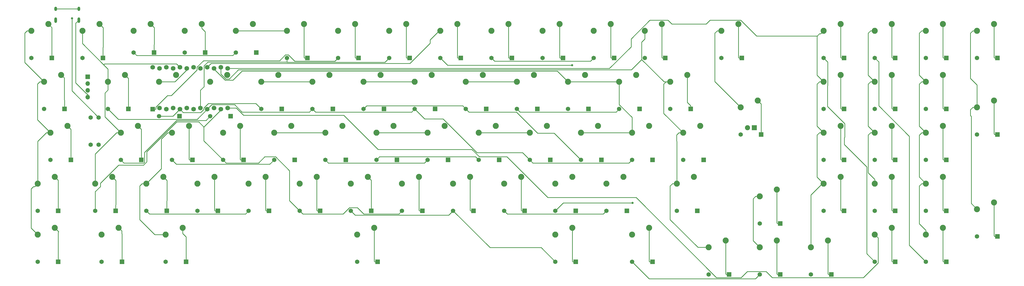
<source format=gbr>
G04 #@! TF.GenerationSoftware,KiCad,Pcbnew,5.1.2-f72e74a~84~ubuntu18.04.1*
G04 #@! TF.CreationDate,2019-05-27T19:37:11-05:00*
G04 #@! TF.ProjectId,1800muente,31383030-6d75-4656-9e74-652e6b696361,rev?*
G04 #@! TF.SameCoordinates,Original*
G04 #@! TF.FileFunction,Copper,L1,Top*
G04 #@! TF.FilePolarity,Positive*
%FSLAX46Y46*%
G04 Gerber Fmt 4.6, Leading zero omitted, Abs format (unit mm)*
G04 Created by KiCad (PCBNEW 5.1.2-f72e74a~84~ubuntu18.04.1) date 2019-05-27 19:37:11*
%MOMM*%
%LPD*%
G04 APERTURE LIST*
%ADD10C,2.250000*%
%ADD11R,1.905000X1.905000*%
%ADD12C,1.905000*%
%ADD13O,1.000000X2.100000*%
%ADD14O,1.000000X1.600000*%
%ADD15R,1.752600X1.752600*%
%ADD16C,1.752600*%
%ADD17C,1.651000*%
%ADD18O,1.700000X1.700000*%
%ADD19R,1.700000X1.700000*%
%ADD20R,1.651000X1.651000*%
%ADD21C,0.800000*%
%ADD22C,0.250000*%
G04 APERTURE END LIST*
D10*
X390870000Y-163190000D03*
X384520000Y-165730000D03*
X390870000Y-125090000D03*
X384520000Y-127630000D03*
X159889000Y-172715000D03*
X153539000Y-175255000D03*
X233708000Y-172715000D03*
X227358000Y-175255000D03*
X262283000Y-172715000D03*
X255933000Y-175255000D03*
X278952000Y-153665000D03*
X272602000Y-156205000D03*
D11*
X301494000Y-135250000D03*
D12*
X298954000Y-135250000D03*
D10*
X296414000Y-127630000D03*
X302764000Y-125090000D03*
X295620000Y-96515000D03*
X289270000Y-99055000D03*
X40826700Y-153665000D03*
X34476700Y-156205000D03*
X88451700Y-172715000D03*
X82101700Y-175255000D03*
X64639200Y-172715000D03*
X58289200Y-175255000D03*
X40826700Y-172715000D03*
X34476700Y-175255000D03*
X45589200Y-134615000D03*
X39239200Y-137155000D03*
X43207900Y-115565000D03*
X36857900Y-118105000D03*
D13*
X41146000Y-95045000D03*
X49786000Y-95045000D03*
D14*
X41146000Y-90865000D03*
X49786000Y-90865000D03*
D10*
X143220000Y-115565000D03*
X136870000Y-118105000D03*
X171795000Y-96515000D03*
X165445000Y-99055000D03*
X167033000Y-134615000D03*
X160683000Y-137155000D03*
X138458000Y-153665000D03*
X132108000Y-156205000D03*
X95595400Y-96515000D03*
X89245400Y-99055000D03*
X71782900Y-134615000D03*
X65432900Y-137155000D03*
X186083000Y-134615000D03*
X179733000Y-137155000D03*
X181320000Y-115565000D03*
X174970000Y-118105000D03*
X147983000Y-134615000D03*
X141633000Y-137155000D03*
X190845000Y-96515000D03*
X184495000Y-99055000D03*
X333720000Y-96515000D03*
X327370000Y-99055000D03*
X157508000Y-153665000D03*
X151158000Y-156205000D03*
X152745000Y-96515000D03*
X146395000Y-99055000D03*
X333720000Y-153665000D03*
X327370000Y-156205000D03*
X309908000Y-158427000D03*
X303558000Y-160967000D03*
X290858000Y-177477000D03*
X284508000Y-180017000D03*
X209895000Y-96515000D03*
X203545000Y-99055000D03*
X281333000Y-134615000D03*
X274983000Y-137155000D03*
X214658000Y-153665000D03*
X208308000Y-156205000D03*
X224183000Y-134615000D03*
X217833000Y-137155000D03*
X371820000Y-153665000D03*
X365470000Y-156205000D03*
X238470000Y-115565000D03*
X232120000Y-118105000D03*
X352770000Y-115565000D03*
X346420000Y-118105000D03*
X371820000Y-134615000D03*
X365470000Y-137155000D03*
X114645000Y-96515000D03*
X108295000Y-99055000D03*
X252758000Y-153665000D03*
X246408000Y-156205000D03*
X81307900Y-153665000D03*
X74957900Y-156205000D03*
X390870000Y-96515000D03*
X384520000Y-99055000D03*
X90832900Y-134615000D03*
X84482900Y-137155000D03*
X133695000Y-96515000D03*
X127345000Y-99055000D03*
X67020400Y-115565000D03*
X60670400Y-118105000D03*
X176558000Y-153665000D03*
X170208000Y-156205000D03*
X124170000Y-115565000D03*
X117820000Y-118105000D03*
X86070400Y-115565000D03*
X79720400Y-118105000D03*
X162270000Y-115565000D03*
X155920000Y-118105000D03*
X38445400Y-96515000D03*
X32095400Y-99055000D03*
X309908000Y-177477000D03*
X303558000Y-180017000D03*
X109883000Y-134615000D03*
X103533000Y-137155000D03*
X267045000Y-96515000D03*
X260695000Y-99055000D03*
X352770000Y-96515000D03*
X346420000Y-99055000D03*
X371820000Y-115565000D03*
X365470000Y-118105000D03*
X371820000Y-96515000D03*
X365470000Y-99055000D03*
X352770000Y-134615000D03*
X346420000Y-137155000D03*
X257520000Y-115565000D03*
X251170000Y-118105000D03*
X100357900Y-153665000D03*
X94007900Y-156205000D03*
X219420000Y-115565000D03*
X213070000Y-118105000D03*
X243233000Y-134615000D03*
X236883000Y-137155000D03*
X371820000Y-172715000D03*
X365470000Y-175255000D03*
X228945000Y-96515000D03*
X222595000Y-99055000D03*
X352770000Y-153665000D03*
X346420000Y-156205000D03*
X352770000Y-172715000D03*
X346420000Y-175255000D03*
X328958000Y-177477000D03*
X322608000Y-180017000D03*
X262283000Y-134615000D03*
X255933000Y-137155000D03*
X200370000Y-115565000D03*
X194020000Y-118105000D03*
X233708000Y-153665000D03*
X227358000Y-156205000D03*
X128933000Y-134615000D03*
X122583000Y-137155000D03*
X247995000Y-96515000D03*
X241645000Y-99055000D03*
X119408000Y-153665000D03*
X113058000Y-156205000D03*
X276570000Y-115565000D03*
X270220000Y-118105000D03*
X57495400Y-96515000D03*
X51145400Y-99055000D03*
X62257900Y-153665000D03*
X55907900Y-156205000D03*
X333720000Y-134615000D03*
X327370000Y-137155000D03*
X105120000Y-115565000D03*
X98770000Y-118105000D03*
X76545400Y-96515000D03*
X70195400Y-99055000D03*
X333720000Y-115565000D03*
X327370000Y-118105000D03*
X195608000Y-153665000D03*
X189258000Y-156205000D03*
X205133000Y-134615000D03*
X198783000Y-137155000D03*
D15*
X77311200Y-128371600D03*
D16*
X79851200Y-127914400D03*
X82391200Y-128371600D03*
X84931200Y-127914400D03*
X87471200Y-128371600D03*
X90011200Y-127914400D03*
X92551200Y-128371600D03*
X95091200Y-127914400D03*
X97631200Y-128371600D03*
X100171200Y-127914400D03*
X102711200Y-128371600D03*
X105251200Y-113131600D03*
X102711200Y-112674400D03*
X100171200Y-113131600D03*
X97631200Y-112674400D03*
X95091200Y-113131600D03*
X92551200Y-112674400D03*
X90011200Y-113131600D03*
X87471200Y-112674400D03*
X84931200Y-113131600D03*
X82391200Y-112674400D03*
X79851200Y-113131600D03*
X105251200Y-127914400D03*
X77311200Y-112674400D03*
D17*
X57150000Y-131445000D03*
X57150000Y-141605000D03*
X54229000Y-131445000D03*
X54229000Y-141605000D03*
D18*
X53086000Y-123825000D03*
X53086000Y-121285000D03*
X53086000Y-118745000D03*
D19*
X53086000Y-116205000D03*
D17*
X203545000Y-109215000D03*
D20*
X211165000Y-109215000D03*
D17*
X36857900Y-128265000D03*
D20*
X44477900Y-128265000D03*
D17*
X39239200Y-147315000D03*
D20*
X46859200Y-147315000D03*
X268315000Y-109215000D03*
D17*
X260695000Y-109215000D03*
D20*
X173065000Y-109215000D03*
D17*
X165445000Y-109215000D03*
X108295000Y-107156000D03*
D20*
X115915000Y-107156000D03*
X263553000Y-185415000D03*
D17*
X255933000Y-185415000D03*
X55907900Y-166365000D03*
D20*
X63527900Y-166365000D03*
X296890000Y-109215000D03*
D17*
X289270000Y-109215000D03*
D20*
X249265000Y-109215000D03*
D17*
X241645000Y-109215000D03*
D20*
X120678000Y-166365000D03*
D17*
X113058000Y-166365000D03*
X251170000Y-128265000D03*
D20*
X258790000Y-128265000D03*
X65909200Y-185415000D03*
D17*
X58289200Y-185415000D03*
X82101700Y-185415000D03*
D20*
X89721700Y-185415000D03*
X354040000Y-166365000D03*
D17*
X346420000Y-166365000D03*
X303558000Y-171127000D03*
D20*
X311178000Y-171127000D03*
X373090000Y-109215000D03*
D17*
X365470000Y-109215000D03*
X117820000Y-128265000D03*
D20*
X125440000Y-128265000D03*
D17*
X227358000Y-185415000D03*
D20*
X234978000Y-185415000D03*
X201640000Y-128265000D03*
D17*
X194020000Y-128265000D03*
X346420000Y-185415000D03*
D20*
X354040000Y-185415000D03*
D17*
X303558000Y-190177000D03*
D20*
X311178000Y-190177000D03*
D17*
X222595000Y-109215000D03*
D20*
X230215000Y-109215000D03*
X96865400Y-107156000D03*
D17*
X89245400Y-107156000D03*
D20*
X134965000Y-109215000D03*
D17*
X127345000Y-109215000D03*
X32095400Y-109215000D03*
D20*
X39715400Y-109215000D03*
D17*
X198783000Y-147315000D03*
D20*
X206403000Y-147315000D03*
D17*
X346420000Y-109215000D03*
D20*
X354040000Y-109215000D03*
X334990000Y-109215000D03*
D17*
X327370000Y-109215000D03*
X365470000Y-128265000D03*
D20*
X373090000Y-128265000D03*
D17*
X184495000Y-109215000D03*
D20*
X192115000Y-109215000D03*
D17*
X272602000Y-166365000D03*
D20*
X280222000Y-166365000D03*
X392140000Y-175890000D03*
D17*
X384520000Y-175890000D03*
X365470000Y-147315000D03*
D20*
X373090000Y-147315000D03*
X177828000Y-166365000D03*
D17*
X170208000Y-166365000D03*
D20*
X373090000Y-185415000D03*
D17*
X365470000Y-185415000D03*
D20*
X304034000Y-137790000D03*
D17*
X296414000Y-137790000D03*
X270220000Y-128265000D03*
D20*
X277840000Y-128265000D03*
X163540000Y-128265000D03*
D17*
X155920000Y-128265000D03*
X70195400Y-107156000D03*
D20*
X77815400Y-107156000D03*
D17*
X34476700Y-166365000D03*
D20*
X42096700Y-166365000D03*
D17*
X174970000Y-128265000D03*
D20*
X182590000Y-128265000D03*
X234978000Y-166365000D03*
D17*
X227358000Y-166365000D03*
X236883000Y-147315000D03*
D20*
X244503000Y-147315000D03*
X239740000Y-128265000D03*
D17*
X232120000Y-128265000D03*
D20*
X196878000Y-166365000D03*
D17*
X189258000Y-166365000D03*
D20*
X187353000Y-147315000D03*
D17*
X179733000Y-147315000D03*
X213070000Y-128265000D03*
D20*
X220690000Y-128265000D03*
D17*
X274983000Y-147315000D03*
D20*
X282603000Y-147315000D03*
D17*
X208308000Y-166365000D03*
D20*
X215928000Y-166365000D03*
D17*
X151158000Y-166365000D03*
D20*
X158778000Y-166365000D03*
X263553000Y-147315000D03*
D17*
X255933000Y-147315000D03*
D20*
X354040000Y-147315000D03*
D17*
X346420000Y-147315000D03*
D20*
X161159000Y-185415000D03*
D17*
X153539000Y-185415000D03*
X141633000Y-147315000D03*
D20*
X149253000Y-147315000D03*
D17*
X346420000Y-128265000D03*
D20*
X354040000Y-128265000D03*
D17*
X146395000Y-109215000D03*
D20*
X154015000Y-109215000D03*
X111153000Y-147315000D03*
D17*
X103533000Y-147315000D03*
X98770000Y-130969000D03*
D20*
X106390000Y-130969000D03*
X87340400Y-130969000D03*
D17*
X79720400Y-130969000D03*
D20*
X392140000Y-137790000D03*
D17*
X384520000Y-137790000D03*
D20*
X392140000Y-109215000D03*
D17*
X384520000Y-109215000D03*
X65432900Y-147315000D03*
D20*
X73052900Y-147315000D03*
X144490000Y-128265000D03*
D17*
X136870000Y-128265000D03*
D20*
X292128000Y-190177000D03*
D17*
X284508000Y-190177000D03*
D20*
X334990000Y-128265000D03*
D17*
X327370000Y-128265000D03*
D20*
X334990000Y-147315000D03*
D17*
X327370000Y-147315000D03*
D20*
X42096700Y-185415000D03*
D17*
X34476700Y-185415000D03*
X84482900Y-147315000D03*
D20*
X92102900Y-147315000D03*
X82577900Y-166365000D03*
D17*
X74957900Y-166365000D03*
D20*
X101627900Y-166365000D03*
D17*
X94007900Y-166365000D03*
D20*
X330228000Y-190177000D03*
D17*
X322608000Y-190177000D03*
X60670400Y-128265000D03*
D20*
X68290400Y-128265000D03*
D17*
X246408000Y-166365000D03*
D20*
X254028000Y-166365000D03*
D17*
X51145400Y-109215000D03*
D20*
X58765400Y-109215000D03*
X373090000Y-166365000D03*
D17*
X365470000Y-166365000D03*
X122583000Y-147315000D03*
D20*
X130203000Y-147315000D03*
D17*
X217833000Y-147315000D03*
D20*
X225453000Y-147315000D03*
X168303000Y-147315000D03*
D17*
X160683000Y-147315000D03*
X327370000Y-166365000D03*
D20*
X334990000Y-166365000D03*
D17*
X132108000Y-166365000D03*
D20*
X139728000Y-166365000D03*
D21*
X233570400Y-111955900D03*
X256114100Y-163384200D03*
X47216000Y-94361300D03*
D22*
X184495000Y-109215000D02*
X187235900Y-111955900D01*
X187235900Y-111955900D02*
X233570400Y-111955900D01*
X77311200Y-128371600D02*
X78512800Y-128371600D01*
X78512800Y-128371600D02*
X78512800Y-127545500D01*
X78512800Y-127545500D02*
X82797000Y-123261300D01*
X82797000Y-123261300D02*
X84218200Y-123261300D01*
X84218200Y-123261300D02*
X93821200Y-113658300D01*
X93821200Y-113658300D02*
X93821200Y-112629600D01*
X93821200Y-112629600D02*
X96264700Y-110186100D01*
X96264700Y-110186100D02*
X124640100Y-110186100D01*
X124640100Y-110186100D02*
X126774700Y-108051500D01*
X126774700Y-108051500D02*
X127890100Y-108051500D01*
X127890100Y-108051500D02*
X130204400Y-110365800D01*
X130204400Y-110365800D02*
X145244200Y-110365800D01*
X145244200Y-110365800D02*
X146395000Y-109215000D01*
X327370000Y-109215000D02*
X328876200Y-110721200D01*
X328876200Y-110721200D02*
X328876200Y-119566500D01*
X328876200Y-119566500D02*
X328787400Y-119655300D01*
X328787400Y-119655300D02*
X328787400Y-127342400D01*
X328787400Y-127342400D02*
X335220100Y-133775100D01*
X335220100Y-133775100D02*
X335220100Y-138823900D01*
X335220100Y-138823900D02*
X335029000Y-139015000D01*
X335029000Y-139015000D02*
X335029000Y-141539700D01*
X335029000Y-141539700D02*
X343398400Y-149909100D01*
X343398400Y-149909100D02*
X343398400Y-182393400D01*
X343398400Y-182393400D02*
X346420000Y-185415000D01*
X39080400Y-97149900D02*
X39080300Y-97149900D01*
X39080300Y-97149900D02*
X38445400Y-96515000D01*
X39080400Y-97149900D02*
X39715400Y-97784900D01*
X39715400Y-97784900D02*
X39715400Y-109215000D01*
X38445400Y-96514900D02*
X39080400Y-97149900D01*
X43207900Y-115565000D02*
X44332900Y-116690000D01*
X44332900Y-116690000D02*
X44332900Y-124831000D01*
X44332900Y-124831000D02*
X44477900Y-124976000D01*
X44477900Y-124976000D02*
X44477900Y-128265000D01*
X194020000Y-128265000D02*
X195170900Y-129415900D01*
X195170900Y-129415900D02*
X212834700Y-129415900D01*
X212834700Y-129415900D02*
X220752600Y-137333800D01*
X220752600Y-137333800D02*
X226901800Y-137333800D01*
X226901800Y-137333800D02*
X236883000Y-147315000D01*
X155920000Y-128265000D02*
X157070900Y-127114100D01*
X157070900Y-127114100D02*
X192869100Y-127114100D01*
X192869100Y-127114100D02*
X194020000Y-128265000D01*
X70195400Y-107156000D02*
X71346300Y-108306900D01*
X71346300Y-108306900D02*
X107144100Y-108306900D01*
X107144100Y-108306900D02*
X108295000Y-107156000D01*
X117820000Y-128265000D02*
X115780700Y-126225700D01*
X115780700Y-126225700D02*
X98018100Y-126225700D01*
X98018100Y-126225700D02*
X96361200Y-127882600D01*
X96361200Y-127882600D02*
X96361200Y-128413700D01*
X96361200Y-128413700D02*
X95197300Y-129577600D01*
X95197300Y-129577600D02*
X88677200Y-129577600D01*
X88677200Y-129577600D02*
X87471200Y-128371600D01*
X160683000Y-147315000D02*
X161833900Y-146164100D01*
X161833900Y-146164100D02*
X197632100Y-146164100D01*
X197632100Y-146164100D02*
X198783000Y-147315000D01*
X227358000Y-166365000D02*
X230338800Y-163384200D01*
X230338800Y-163384200D02*
X256114100Y-163384200D01*
X79720400Y-130969000D02*
X84873800Y-130969000D01*
X84873800Y-130969000D02*
X87471200Y-128371600D01*
X45589200Y-134615000D02*
X46863000Y-135889000D01*
X46863000Y-135889000D02*
X46859200Y-135893000D01*
X46859200Y-135893000D02*
X46859200Y-147315000D01*
X189258000Y-166365000D02*
X203007300Y-180114300D01*
X203007300Y-180114300D02*
X222057300Y-180114300D01*
X222057300Y-180114300D02*
X227358000Y-185415000D01*
X189258000Y-166365000D02*
X187653300Y-167969700D01*
X187653300Y-167969700D02*
X152762700Y-167969700D01*
X152762700Y-167969700D02*
X151158000Y-166365000D01*
X122583000Y-147315000D02*
X120954400Y-148943600D01*
X120954400Y-148943600D02*
X86111500Y-148943600D01*
X86111500Y-148943600D02*
X84482900Y-147315000D01*
X40826700Y-153665000D02*
X42096700Y-154935000D01*
X42096700Y-154935000D02*
X42096700Y-166365000D01*
X40826700Y-172715000D02*
X42291000Y-174179000D01*
X42291000Y-174179000D02*
X42096700Y-174374000D01*
X42096700Y-174374000D02*
X42096700Y-185415000D01*
X74957900Y-166365000D02*
X76108800Y-167515900D01*
X76108800Y-167515900D02*
X111907100Y-167515900D01*
X111907100Y-167515900D02*
X113058000Y-166365000D01*
X203545000Y-109215000D02*
X204695900Y-110365900D01*
X204695900Y-110365900D02*
X240494100Y-110365900D01*
X240494100Y-110365900D02*
X241645000Y-109215000D01*
X251170000Y-128265000D02*
X250019100Y-129415900D01*
X250019100Y-129415900D02*
X214220900Y-129415900D01*
X214220900Y-129415900D02*
X213070000Y-128265000D01*
X127345000Y-110703500D02*
X97848500Y-110703500D01*
X97848500Y-110703500D02*
X96428700Y-112123300D01*
X96428700Y-112123300D02*
X96428700Y-119921300D01*
X96428700Y-119921300D02*
X95091200Y-121258800D01*
X95091200Y-121258800D02*
X95091200Y-127914400D01*
X165445000Y-109215000D02*
X163843900Y-110816100D01*
X163843900Y-110816100D02*
X127457600Y-110816100D01*
X127457600Y-110816100D02*
X127345000Y-110703500D01*
X127345000Y-109215000D02*
X127345000Y-110703500D01*
X365470000Y-185415000D02*
X359277900Y-179222900D01*
X359277900Y-179222900D02*
X359277900Y-138481300D01*
X359277900Y-138481300D02*
X347870500Y-127073900D01*
X347870500Y-127073900D02*
X347870500Y-110665500D01*
X347870500Y-110665500D02*
X346420000Y-109215000D01*
X58165400Y-97184900D02*
X58165300Y-97184900D01*
X58165300Y-97184900D02*
X57495400Y-96515000D01*
X58165400Y-97184900D02*
X58835400Y-97854900D01*
X58835400Y-97854900D02*
X58835400Y-105190000D01*
X58835400Y-105190000D02*
X58765400Y-105260000D01*
X58765400Y-105260000D02*
X58765400Y-109215000D01*
X57495400Y-96514900D02*
X58165400Y-97184900D01*
X97631200Y-128371600D02*
X93883000Y-132119800D01*
X93883000Y-132119800D02*
X64525200Y-132119800D01*
X64525200Y-132119800D02*
X60670400Y-128265000D01*
X136870000Y-128265000D02*
X135719100Y-129415900D01*
X135719100Y-129415900D02*
X110590100Y-129415900D01*
X110590100Y-129415900D02*
X107865900Y-126691700D01*
X107865900Y-126691700D02*
X99311100Y-126691700D01*
X99311100Y-126691700D02*
X97631200Y-128371600D01*
X217833000Y-147315000D02*
X218983900Y-148465900D01*
X218983900Y-148465900D02*
X254782100Y-148465900D01*
X254782100Y-148465900D02*
X255933000Y-147315000D01*
X174970000Y-128265000D02*
X178678200Y-131973200D01*
X178678200Y-131973200D02*
X185494100Y-131973200D01*
X185494100Y-131973200D02*
X198135700Y-144614800D01*
X198135700Y-144614800D02*
X215132800Y-144614800D01*
X215132800Y-144614800D02*
X217833000Y-147315000D01*
X136870000Y-128265000D02*
X138041800Y-129436800D01*
X138041800Y-129436800D02*
X173798200Y-129436800D01*
X173798200Y-129436800D02*
X174970000Y-128265000D01*
X67020400Y-115565000D02*
X68290400Y-116835000D01*
X68290400Y-116835000D02*
X68290400Y-128265000D01*
X98770000Y-130969000D02*
X97168700Y-132570300D01*
X97168700Y-132570300D02*
X86189100Y-132570300D01*
X86189100Y-132570300D02*
X74228300Y-144531100D01*
X74228300Y-144531100D02*
X74228300Y-148275100D01*
X74228300Y-148275100D02*
X74037500Y-148465900D01*
X74037500Y-148465900D02*
X66583800Y-148465900D01*
X66583800Y-148465900D02*
X65432900Y-147315000D01*
X141633000Y-147315000D02*
X142783900Y-148465900D01*
X142783900Y-148465900D02*
X178582100Y-148465900D01*
X178582100Y-148465900D02*
X179733000Y-147315000D01*
X208308000Y-166365000D02*
X209482800Y-167539800D01*
X209482800Y-167539800D02*
X245233200Y-167539800D01*
X245233200Y-167539800D02*
X246408000Y-166365000D01*
X71782900Y-134615000D02*
X73052900Y-135885000D01*
X73052900Y-135885000D02*
X73052900Y-147315000D01*
X55907900Y-166365000D02*
X55907900Y-159172700D01*
X55907900Y-159172700D02*
X57797200Y-157283400D01*
X57797200Y-157283400D02*
X57797200Y-156057000D01*
X57797200Y-156057000D02*
X64629300Y-149224900D01*
X64629300Y-149224900D02*
X73915400Y-149224900D01*
X73915400Y-149224900D02*
X75129000Y-148011300D01*
X75129000Y-148011300D02*
X75129000Y-144274600D01*
X75129000Y-144274600D02*
X86291900Y-133111700D01*
X86291900Y-133111700D02*
X94463800Y-133111700D01*
X94463800Y-133111700D02*
X96392400Y-135040300D01*
X96392400Y-135040300D02*
X102711200Y-128721500D01*
X102711200Y-128721500D02*
X102711200Y-128371600D01*
X96392400Y-135040300D02*
X96392400Y-140174400D01*
X96392400Y-140174400D02*
X103533000Y-147315000D01*
X255933000Y-185415000D02*
X262315100Y-191797100D01*
X262315100Y-191797100D02*
X301937900Y-191797100D01*
X301937900Y-191797100D02*
X303558000Y-190177000D01*
X132108000Y-166365000D02*
X128300900Y-162557900D01*
X128300900Y-162557900D02*
X128300900Y-151346900D01*
X128300900Y-151346900D02*
X123115000Y-146161000D01*
X123115000Y-146161000D02*
X119051000Y-146161000D01*
X119051000Y-146161000D02*
X116746200Y-148465800D01*
X116746200Y-148465800D02*
X104683800Y-148465800D01*
X104683800Y-148465800D02*
X103533000Y-147315000D01*
X132108000Y-166365000D02*
X133258900Y-167515900D01*
X133258900Y-167515900D02*
X148273200Y-167515900D01*
X148273200Y-167515900D02*
X150632900Y-165156200D01*
X150632900Y-165156200D02*
X153587600Y-165156200D01*
X153587600Y-165156200D02*
X155947300Y-167515900D01*
X155947300Y-167515900D02*
X169057100Y-167515900D01*
X169057100Y-167515900D02*
X170208000Y-166365000D01*
X62257900Y-153665000D02*
X63597900Y-155005000D01*
X63597900Y-155005000D02*
X63597900Y-164055000D01*
X63597900Y-164055000D02*
X63527900Y-164125000D01*
X63527900Y-164125000D02*
X63527900Y-166365000D01*
X64639200Y-172715000D02*
X65764200Y-173840000D01*
X65764200Y-173840000D02*
X65764200Y-174857000D01*
X65764200Y-174857000D02*
X65909200Y-175002000D01*
X65909200Y-175002000D02*
X65909200Y-185415000D01*
X77215400Y-97184900D02*
X77215300Y-97184900D01*
X77215300Y-97184900D02*
X76545400Y-96515000D01*
X77215400Y-97184900D02*
X77885400Y-97854900D01*
X77885400Y-97854900D02*
X77885400Y-104106000D01*
X77885400Y-104106000D02*
X77815400Y-104176000D01*
X77815400Y-104176000D02*
X77815400Y-107156000D01*
X76545400Y-96514900D02*
X77215400Y-97184900D01*
X90832900Y-134615000D02*
X90832900Y-147120000D01*
X90832900Y-147120000D02*
X91027400Y-147315000D01*
X91027400Y-147315000D02*
X92102900Y-147315000D01*
X81307900Y-153665000D02*
X82647900Y-155005000D01*
X82647900Y-155005000D02*
X82647900Y-162531000D01*
X82647900Y-162531000D02*
X82577900Y-162601000D01*
X82577900Y-162601000D02*
X82577900Y-166365000D01*
X88451700Y-172715000D02*
X88451700Y-174812000D01*
X88451700Y-174812000D02*
X89721700Y-176082000D01*
X89721700Y-176082000D02*
X89721700Y-185415000D01*
X95595400Y-96514900D02*
X95595400Y-96515000D01*
X95595400Y-96515000D02*
X95595400Y-98105900D01*
X95595400Y-98105900D02*
X96865400Y-99375900D01*
X96865400Y-99375900D02*
X96865400Y-107156000D01*
X109883000Y-134615000D02*
X109883000Y-147120000D01*
X109883000Y-147120000D02*
X110077000Y-147315000D01*
X110077000Y-147315000D02*
X111153000Y-147315000D01*
X100358000Y-155158000D02*
X100357900Y-155157900D01*
X100357900Y-155157900D02*
X100357900Y-153665000D01*
X100358000Y-155158000D02*
X100358000Y-166170000D01*
X100358000Y-166170000D02*
X100552000Y-166365000D01*
X100552000Y-166365000D02*
X101627900Y-166365000D01*
X100358000Y-153665000D02*
X100358000Y-155158000D01*
X101627900Y-166365000D02*
X101628000Y-166365000D01*
X119408000Y-153665000D02*
X119408000Y-166170000D01*
X119408000Y-166170000D02*
X119602000Y-166365000D01*
X119602000Y-166365000D02*
X120678000Y-166365000D01*
X133695000Y-96514900D02*
X133695000Y-96515000D01*
X133695000Y-96515000D02*
X133695000Y-109020000D01*
X133695000Y-109020000D02*
X133890000Y-109215000D01*
X133890000Y-109215000D02*
X134965000Y-109215000D01*
X138458000Y-153665000D02*
X138458000Y-166170000D01*
X138458000Y-166170000D02*
X138652000Y-166365000D01*
X138652000Y-166365000D02*
X139728000Y-166365000D01*
X152745000Y-96514900D02*
X152745000Y-96515000D01*
X152745000Y-96515000D02*
X152745000Y-109020000D01*
X152745000Y-109020000D02*
X152940000Y-109215000D01*
X152940000Y-109215000D02*
X154015000Y-109215000D01*
X157508000Y-153665000D02*
X158778000Y-154935000D01*
X158778000Y-154935000D02*
X158778000Y-166365000D01*
X159889000Y-172715000D02*
X159889000Y-185220000D01*
X159889000Y-185220000D02*
X160084000Y-185415000D01*
X160084000Y-185415000D02*
X161159000Y-185415000D01*
X171795000Y-96514900D02*
X171795000Y-96515000D01*
X171795000Y-96515000D02*
X171795000Y-109020000D01*
X171795000Y-109020000D02*
X171990000Y-109215000D01*
X171990000Y-109215000D02*
X173065000Y-109215000D01*
X176558000Y-153665000D02*
X176558000Y-166170000D01*
X176558000Y-166170000D02*
X176752000Y-166365000D01*
X176752000Y-166365000D02*
X177828000Y-166365000D01*
X190845000Y-96514900D02*
X190845000Y-96515000D01*
X190845000Y-96515000D02*
X190845000Y-109020000D01*
X190845000Y-109020000D02*
X191040000Y-109215000D01*
X191040000Y-109215000D02*
X192115000Y-109215000D01*
X195608000Y-153665000D02*
X195608000Y-166170000D01*
X195608000Y-166170000D02*
X195802000Y-166365000D01*
X195802000Y-166365000D02*
X196878000Y-166365000D01*
X209895000Y-96514900D02*
X209895000Y-96515000D01*
X209895000Y-96515000D02*
X209895000Y-109020000D01*
X209895000Y-109020000D02*
X210090000Y-109215000D01*
X210090000Y-109215000D02*
X211165000Y-109215000D01*
X214658000Y-153665000D02*
X214658000Y-166170000D01*
X214658000Y-166170000D02*
X214852000Y-166365000D01*
X214852000Y-166365000D02*
X215928000Y-166365000D01*
X228945000Y-96514900D02*
X228945000Y-96515000D01*
X228945000Y-96515000D02*
X228945000Y-109020000D01*
X228945000Y-109020000D02*
X229140000Y-109215000D01*
X229140000Y-109215000D02*
X230215000Y-109215000D01*
X233708000Y-172715000D02*
X233708000Y-185220000D01*
X233708000Y-185220000D02*
X233902000Y-185415000D01*
X233902000Y-185415000D02*
X234978000Y-185415000D01*
X247995000Y-96514900D02*
X247995000Y-96515000D01*
X247995000Y-96515000D02*
X247995000Y-109020000D01*
X247995000Y-109020000D02*
X248190000Y-109215000D01*
X248190000Y-109215000D02*
X249265000Y-109215000D01*
X262283000Y-172715000D02*
X262283000Y-185220000D01*
X262283000Y-185220000D02*
X262477000Y-185415000D01*
X262477000Y-185415000D02*
X263553000Y-185415000D01*
X267045000Y-96514900D02*
X267045000Y-96515000D01*
X267045000Y-96515000D02*
X267045000Y-109020000D01*
X267045000Y-109020000D02*
X267240000Y-109215000D01*
X267240000Y-109215000D02*
X268315000Y-109215000D01*
X277840000Y-128265000D02*
X277840000Y-127114200D01*
X277840000Y-127114200D02*
X276570000Y-125844200D01*
X276570000Y-125844200D02*
X276570000Y-115565000D01*
X290858000Y-177477000D02*
X290858000Y-189983000D01*
X290858000Y-189983000D02*
X291052000Y-190177000D01*
X291052000Y-190177000D02*
X292128000Y-190177000D01*
X295620000Y-96514900D02*
X295620000Y-96515000D01*
X295620000Y-96515000D02*
X295620000Y-109020000D01*
X295620000Y-109020000D02*
X295815000Y-109215000D01*
X295815000Y-109215000D02*
X296890000Y-109215000D01*
X304034000Y-137790000D02*
X304034000Y-126360000D01*
X304034000Y-126360000D02*
X302764000Y-125090000D01*
X309908000Y-158427000D02*
X309908000Y-170933000D01*
X309908000Y-170933000D02*
X310102000Y-171127000D01*
X310102000Y-171127000D02*
X311178000Y-171127000D01*
X309908000Y-177477000D02*
X309908000Y-189983000D01*
X309908000Y-189983000D02*
X310102000Y-190177000D01*
X310102000Y-190177000D02*
X311178000Y-190177000D01*
X333720000Y-96514900D02*
X333720000Y-96515000D01*
X333720000Y-96515000D02*
X333720000Y-109020000D01*
X333720000Y-109020000D02*
X333915000Y-109215000D01*
X333915000Y-109215000D02*
X334990000Y-109215000D01*
X333720000Y-115565000D02*
X333720000Y-128070000D01*
X333720000Y-128070000D02*
X333915000Y-128265000D01*
X333915000Y-128265000D02*
X334990000Y-128265000D01*
X333720000Y-134615000D02*
X333720000Y-147120000D01*
X333720000Y-147120000D02*
X333915000Y-147315000D01*
X333915000Y-147315000D02*
X334990000Y-147315000D01*
X333720000Y-153665000D02*
X333720000Y-166170000D01*
X333720000Y-166170000D02*
X333915000Y-166365000D01*
X333915000Y-166365000D02*
X334990000Y-166365000D01*
X328958000Y-177477000D02*
X328958000Y-189983000D01*
X328958000Y-189983000D02*
X329152000Y-190177000D01*
X329152000Y-190177000D02*
X330228000Y-190177000D01*
X352770000Y-96514900D02*
X352770000Y-96515000D01*
X352770000Y-96515000D02*
X352770000Y-109020000D01*
X352770000Y-109020000D02*
X352965000Y-109215000D01*
X352965000Y-109215000D02*
X354040000Y-109215000D01*
X352770000Y-115565000D02*
X352770000Y-128070000D01*
X352770000Y-128070000D02*
X352965000Y-128265000D01*
X352965000Y-128265000D02*
X354040000Y-128265000D01*
X352770000Y-134615000D02*
X352770000Y-147120000D01*
X352770000Y-147120000D02*
X352965000Y-147315000D01*
X352965000Y-147315000D02*
X354040000Y-147315000D01*
X352770000Y-153665000D02*
X352770000Y-166170000D01*
X352770000Y-166170000D02*
X352965000Y-166365000D01*
X352965000Y-166365000D02*
X354040000Y-166365000D01*
X352770000Y-172715000D02*
X352770000Y-185220000D01*
X352770000Y-185220000D02*
X352965000Y-185415000D01*
X352965000Y-185415000D02*
X354040000Y-185415000D01*
X371820000Y-96514900D02*
X371820000Y-96515000D01*
X371820000Y-96515000D02*
X371820000Y-109020000D01*
X371820000Y-109020000D02*
X372015000Y-109215000D01*
X372015000Y-109215000D02*
X373090000Y-109215000D01*
X371820000Y-115565000D02*
X371820000Y-128070000D01*
X371820000Y-128070000D02*
X372015000Y-128265000D01*
X372015000Y-128265000D02*
X373090000Y-128265000D01*
X371820000Y-134615000D02*
X371820000Y-147120000D01*
X371820000Y-147120000D02*
X372015000Y-147315000D01*
X372015000Y-147315000D02*
X373090000Y-147315000D01*
X371820000Y-153665000D02*
X371820000Y-166170000D01*
X371820000Y-166170000D02*
X372015000Y-166365000D01*
X372015000Y-166365000D02*
X373090000Y-166365000D01*
X371820000Y-172715000D02*
X371820000Y-185220000D01*
X371820000Y-185220000D02*
X372015000Y-185415000D01*
X372015000Y-185415000D02*
X373090000Y-185415000D01*
X390870000Y-96514900D02*
X390870000Y-96515000D01*
X390870000Y-96515000D02*
X390870000Y-109020000D01*
X390870000Y-109020000D02*
X391065000Y-109215000D01*
X391065000Y-109215000D02*
X392140000Y-109215000D01*
X390870000Y-125090000D02*
X390870000Y-137595000D01*
X390870000Y-137595000D02*
X391065000Y-137790000D01*
X391065000Y-137790000D02*
X392140000Y-137790000D01*
X390870000Y-163190000D02*
X390870000Y-175695000D01*
X390870000Y-175695000D02*
X391065000Y-175890000D01*
X391065000Y-175890000D02*
X392140000Y-175890000D01*
X59062700Y-111748300D02*
X59379300Y-111431700D01*
X59379300Y-111431700D02*
X86228500Y-111431700D01*
X86228500Y-111431700D02*
X87471200Y-112674400D01*
X59062700Y-111748300D02*
X60670400Y-113356000D01*
X60670400Y-113356000D02*
X60670400Y-118105000D01*
X51145400Y-99055000D02*
X51145400Y-103831000D01*
X51145400Y-103831000D02*
X59062700Y-111748300D01*
X32095400Y-99055000D02*
X32095400Y-99054900D01*
X32095400Y-99054900D02*
X30504500Y-99054900D01*
X30504500Y-99054900D02*
X29625400Y-99933900D01*
X29625400Y-99933900D02*
X29625400Y-110872000D01*
X29625400Y-110872000D02*
X35732900Y-116980000D01*
X35732900Y-116980000D02*
X36857900Y-118105000D01*
X51145400Y-99054900D02*
X51145400Y-99055000D01*
X65432900Y-137155000D02*
X63841900Y-137155000D01*
X63841900Y-137155000D02*
X55907900Y-145089000D01*
X55907900Y-145089000D02*
X55907900Y-156205000D01*
X60670400Y-118105000D02*
X60670400Y-121151000D01*
X60670400Y-121151000D02*
X59519900Y-122301000D01*
X59519900Y-122301000D02*
X59519900Y-131242000D01*
X59519900Y-131242000D02*
X65432900Y-137155000D01*
X34476700Y-156205000D02*
X33351700Y-157330000D01*
X33351700Y-157330000D02*
X32845700Y-157330000D01*
X32845700Y-157330000D02*
X32006700Y-158169000D01*
X32006700Y-158169000D02*
X32006700Y-172785000D01*
X32006700Y-172785000D02*
X34476700Y-175255000D01*
X39239200Y-137155000D02*
X37648200Y-137155000D01*
X37648200Y-137155000D02*
X34476700Y-140326000D01*
X34476700Y-140326000D02*
X34476700Y-156205000D01*
X36857900Y-118105000D02*
X35266900Y-118105000D01*
X35266900Y-118105000D02*
X34387900Y-118984000D01*
X34387900Y-118984000D02*
X34387900Y-132304000D01*
X34387900Y-132304000D02*
X38114200Y-136030000D01*
X38114200Y-136030000D02*
X39239200Y-137155000D01*
X79720400Y-118105000D02*
X85586800Y-118105000D01*
X85586800Y-118105000D02*
X90011200Y-113680600D01*
X90011200Y-113680600D02*
X90011200Y-113131600D01*
X74957900Y-156205000D02*
X80518000Y-150645000D01*
X80518000Y-150645000D02*
X80518000Y-139529000D01*
X80518000Y-139529000D02*
X82891900Y-137155000D01*
X82891900Y-137155000D02*
X84482900Y-137155000D01*
X82101700Y-175255000D02*
X78099900Y-175255000D01*
X78099900Y-175255000D02*
X72487900Y-169643000D01*
X72487900Y-169643000D02*
X72487900Y-157070000D01*
X72487900Y-157070000D02*
X73353000Y-156205000D01*
X73353000Y-156205000D02*
X74957900Y-156205000D01*
X108295000Y-99055000D02*
X127345000Y-99055000D01*
X122583000Y-137155000D02*
X141633000Y-137155000D01*
X117820000Y-118105000D02*
X136870000Y-118105000D01*
X179733000Y-137155000D02*
X160683000Y-137155000D01*
X174970000Y-118105000D02*
X155920000Y-118105000D01*
X97631200Y-112674400D02*
X99039200Y-111266400D01*
X99039200Y-111266400D02*
X173131400Y-111266400D01*
X173131400Y-111266400D02*
X180687900Y-103709900D01*
X180687900Y-103709900D02*
X180687900Y-102399300D01*
X180687900Y-102399300D02*
X184032200Y-99055000D01*
X184032200Y-99055000D02*
X184495000Y-99055000D01*
X217833000Y-137155000D02*
X198783000Y-137155000D01*
X194020000Y-118105000D02*
X213070000Y-118105000D01*
X251170000Y-118105000D02*
X251170000Y-126628400D01*
X251170000Y-126628400D02*
X255933000Y-131391400D01*
X255933000Y-131391400D02*
X255933000Y-137155000D01*
X232120000Y-118105000D02*
X251170000Y-118105000D01*
X100171200Y-113131600D02*
X100171200Y-113370400D01*
X100171200Y-113370400D02*
X104298600Y-117497800D01*
X104298600Y-117497800D02*
X107204000Y-117497800D01*
X107204000Y-117497800D02*
X110611500Y-114090300D01*
X110611500Y-114090300D02*
X228105300Y-114090300D01*
X228105300Y-114090300D02*
X232120000Y-118105000D01*
X236883000Y-137155000D02*
X255933000Y-137155000D01*
X259545000Y-109767000D02*
X259545000Y-103251000D01*
X259545000Y-103251000D02*
X260695000Y-102101000D01*
X260695000Y-102101000D02*
X260695000Y-99055000D01*
X268629000Y-118105000D02*
X267883000Y-118105000D01*
X267883000Y-118105000D02*
X259545000Y-109767000D01*
X102711200Y-112674400D02*
X102711200Y-115207400D01*
X102711200Y-115207400D02*
X104551200Y-117047400D01*
X104551200Y-117047400D02*
X105809500Y-117047400D01*
X105809500Y-117047400D02*
X109217000Y-113639900D01*
X109217000Y-113639900D02*
X255672100Y-113639900D01*
X255672100Y-113639900D02*
X259545000Y-109767000D01*
X289270000Y-99055000D02*
X289270000Y-99054900D01*
X289270000Y-99054900D02*
X287679000Y-99054900D01*
X287679000Y-99054900D02*
X286800000Y-99933900D01*
X286800000Y-99933900D02*
X286800000Y-118016000D01*
X286800000Y-118016000D02*
X296414000Y-127630000D01*
X260695000Y-99055000D02*
X260695000Y-99054900D01*
X270220000Y-118105000D02*
X268629000Y-118105000D01*
X268629000Y-118105000D02*
X270220000Y-118105000D01*
X274983000Y-137155000D02*
X267750000Y-129922000D01*
X267750000Y-129922000D02*
X267750000Y-118984000D01*
X267750000Y-118984000D02*
X268629000Y-118105000D01*
X272602000Y-156205000D02*
X272602000Y-140360000D01*
X272602000Y-140360000D02*
X272513000Y-140271000D01*
X272513000Y-140271000D02*
X272513000Y-138034000D01*
X272513000Y-138034000D02*
X273392000Y-137155000D01*
X273392000Y-137155000D02*
X274983000Y-137155000D01*
X284508000Y-180017000D02*
X280474000Y-180017000D01*
X280474000Y-180017000D02*
X270132000Y-169675000D01*
X270132000Y-169675000D02*
X270132000Y-157084000D01*
X270132000Y-157084000D02*
X271011000Y-156205000D01*
X271011000Y-156205000D02*
X272602000Y-156205000D01*
X303558000Y-160967000D02*
X301967000Y-160967000D01*
X301967000Y-160967000D02*
X301088000Y-161846000D01*
X301088000Y-161846000D02*
X301088000Y-177547000D01*
X301088000Y-177547000D02*
X303558000Y-180017000D01*
X324928200Y-100990800D02*
X302361500Y-100990800D01*
X302361500Y-100990800D02*
X296434400Y-95063700D01*
X296434400Y-95063700D02*
X284960500Y-95063700D01*
X284960500Y-95063700D02*
X283533600Y-96490600D01*
X283533600Y-96490600D02*
X270752500Y-96490600D01*
X270752500Y-96490600D02*
X269321200Y-95059300D01*
X269321200Y-95059300D02*
X262599100Y-95059300D01*
X262599100Y-95059300D02*
X255576700Y-102081700D01*
X255576700Y-102081700D02*
X255576700Y-105030500D01*
X255576700Y-105030500D02*
X247475600Y-113131600D01*
X247475600Y-113131600D02*
X105251200Y-113131600D01*
X324928200Y-100990800D02*
X324900000Y-101019000D01*
X324900000Y-101019000D02*
X324900000Y-115635000D01*
X324900000Y-115635000D02*
X327370000Y-118105000D01*
X327370000Y-99055000D02*
X326245000Y-100180000D01*
X326245000Y-100180000D02*
X325739000Y-100180000D01*
X325739000Y-100180000D02*
X324928200Y-100990800D01*
X346420000Y-99055000D02*
X346420000Y-99054900D01*
X327370000Y-99054900D02*
X327370000Y-99055000D01*
X346420000Y-99054900D02*
X344829000Y-99054900D01*
X344829000Y-99054900D02*
X343950000Y-99933900D01*
X343950000Y-99933900D02*
X343950000Y-115635000D01*
X343950000Y-115635000D02*
X346420000Y-118105000D01*
X346420000Y-156205000D02*
X346420000Y-154614000D01*
X346420000Y-154614000D02*
X343950000Y-152144000D01*
X343950000Y-152144000D02*
X343950000Y-138034000D01*
X343950000Y-138034000D02*
X344829000Y-137155000D01*
X344829000Y-137155000D02*
X346420000Y-137155000D01*
X346420000Y-118105000D02*
X344829000Y-118105000D01*
X344829000Y-118105000D02*
X343950000Y-118984000D01*
X343950000Y-118984000D02*
X343950000Y-134685000D01*
X343950000Y-134685000D02*
X346420000Y-137155000D01*
X327370000Y-156205000D02*
X326864000Y-156205000D01*
X326864000Y-156205000D02*
X322608000Y-160461000D01*
X322608000Y-160461000D02*
X322608000Y-180017000D01*
X327370000Y-137155000D02*
X325779000Y-137155000D01*
X325779000Y-137155000D02*
X324900000Y-138034000D01*
X324900000Y-138034000D02*
X324900000Y-153735000D01*
X324900000Y-153735000D02*
X327370000Y-156205000D01*
X327370000Y-118105000D02*
X325779000Y-118105000D01*
X325779000Y-118105000D02*
X324900000Y-118984000D01*
X324900000Y-118984000D02*
X324900000Y-134685000D01*
X324900000Y-134685000D02*
X327370000Y-137155000D01*
X346420000Y-175255000D02*
X347621000Y-176456000D01*
X347621000Y-176456000D02*
X347621000Y-185856900D01*
X347621000Y-185856900D02*
X342150000Y-191327900D01*
X342150000Y-191327900D02*
X308232200Y-191327900D01*
X308232200Y-191327900D02*
X305930400Y-189026100D01*
X305930400Y-189026100D02*
X298885500Y-189026100D01*
X298885500Y-189026100D02*
X296583800Y-191327800D01*
X296583800Y-191327800D02*
X287389100Y-191327800D01*
X287389100Y-191327800D02*
X257447000Y-161385700D01*
X257447000Y-161385700D02*
X224537500Y-161385700D01*
X224537500Y-161385700D02*
X209316000Y-146164200D01*
X209316000Y-146164200D02*
X199046200Y-146164200D01*
X199046200Y-146164200D02*
X196257600Y-143375600D01*
X196257600Y-143375600D02*
X161314500Y-143375600D01*
X161314500Y-143375600D02*
X148537400Y-130598500D01*
X148537400Y-130598500D02*
X111135800Y-130598500D01*
X111135800Y-130598500D02*
X108451700Y-127914400D01*
X108451700Y-127914400D02*
X105251200Y-127914400D01*
X384520000Y-99055000D02*
X384520000Y-99054900D01*
X365470000Y-137155000D02*
X363000000Y-134685000D01*
X363000000Y-134685000D02*
X363000000Y-118984000D01*
X363000000Y-118984000D02*
X363879000Y-118105000D01*
X363879000Y-118105000D02*
X365470000Y-118105000D01*
X365469900Y-99054900D02*
X365470000Y-99055000D01*
X365469900Y-99054900D02*
X365470000Y-99054900D01*
X365470000Y-118105000D02*
X363000000Y-115635000D01*
X363000000Y-115635000D02*
X363000000Y-99933900D01*
X363000000Y-99933900D02*
X363879000Y-99054900D01*
X363879000Y-99054900D02*
X365469900Y-99054900D01*
X384520000Y-99054900D02*
X382929000Y-99054900D01*
X382929000Y-99054900D02*
X382050000Y-99933900D01*
X382050000Y-99933900D02*
X382050000Y-116807000D01*
X382050000Y-116807000D02*
X384520000Y-119277000D01*
X384520000Y-119277000D02*
X384520000Y-127630000D01*
X384520000Y-165730000D02*
X382394000Y-163604000D01*
X382394000Y-163604000D02*
X382394000Y-131090000D01*
X382394000Y-131090000D02*
X382050000Y-130746000D01*
X382050000Y-130746000D02*
X382050000Y-128509000D01*
X382050000Y-128509000D02*
X382929000Y-127630000D01*
X382929000Y-127630000D02*
X384520000Y-127630000D01*
X365470000Y-156205000D02*
X362966000Y-153700000D01*
X362966000Y-153700000D02*
X362966000Y-138068000D01*
X362966000Y-138068000D02*
X363879000Y-137155000D01*
X363879000Y-137155000D02*
X365470000Y-137155000D01*
X365470000Y-175255000D02*
X365470000Y-173664000D01*
X365470000Y-173664000D02*
X363000000Y-171194000D01*
X363000000Y-171194000D02*
X363000000Y-157084000D01*
X363000000Y-157084000D02*
X363879000Y-156205000D01*
X363879000Y-156205000D02*
X365470000Y-156205000D01*
X53086000Y-123825000D02*
X53086000Y-122649700D01*
X53086000Y-122649700D02*
X52718700Y-122649700D01*
X52718700Y-122649700D02*
X48622100Y-118553100D01*
X48622100Y-118553100D02*
X48622100Y-96208900D01*
X48622100Y-96208900D02*
X49786000Y-95045000D01*
X41146000Y-90865000D02*
X49786000Y-90865000D01*
X57150000Y-131445000D02*
X47216100Y-121511100D01*
X47216100Y-121511100D02*
X47216100Y-94361300D01*
X47216100Y-94361300D02*
X47216000Y-94361300D01*
M02*

</source>
